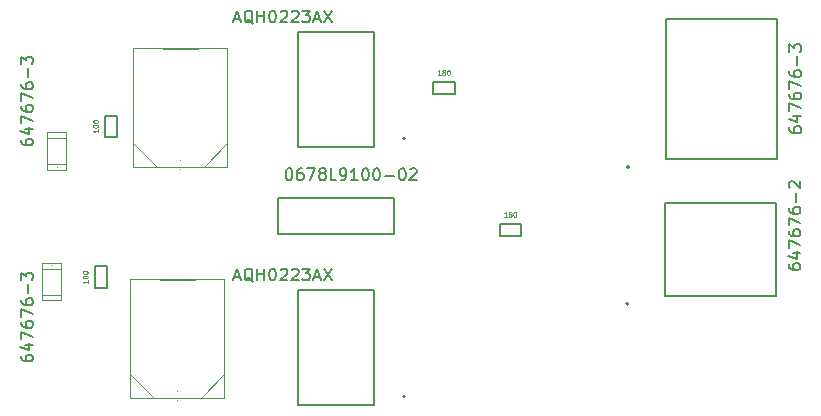
<source format=gbr>
%TF.GenerationSoftware,KiCad,Pcbnew,(6.0.2)*%
%TF.CreationDate,2022-03-05T20:41:57-07:00*%
%TF.ProjectId,H0001-Solenoid-Driver,48303030-312d-4536-9f6c-656e6f69642d,rev?*%
%TF.SameCoordinates,Original*%
%TF.FileFunction,AssemblyDrawing,Top*%
%FSLAX46Y46*%
G04 Gerber Fmt 4.6, Leading zero omitted, Abs format (unit mm)*
G04 Created by KiCad (PCBNEW (6.0.2)) date 2022-03-05 20:41:57*
%MOMM*%
%LPD*%
G01*
G04 APERTURE LIST*
%ADD10C,0.076200*%
%ADD11C,0.150000*%
%ADD12C,0.100000*%
%ADD13C,0.127000*%
%ADD14C,0.200000*%
G04 APERTURE END LIST*
D10*
%TO.C,R1*%
X138887485Y-71155234D02*
X138650472Y-71155234D01*
X138768979Y-71155234D02*
X138768979Y-70740462D01*
X138729476Y-70799716D01*
X138689974Y-70839218D01*
X138650472Y-70858969D01*
X139124497Y-70918222D02*
X139084995Y-70898471D01*
X139065244Y-70878720D01*
X139045493Y-70839218D01*
X139045493Y-70819467D01*
X139065244Y-70779965D01*
X139084995Y-70760214D01*
X139124497Y-70740462D01*
X139203502Y-70740462D01*
X139243004Y-70760214D01*
X139262755Y-70779965D01*
X139282506Y-70819467D01*
X139282506Y-70839218D01*
X139262755Y-70878720D01*
X139243004Y-70898471D01*
X139203502Y-70918222D01*
X139124497Y-70918222D01*
X139084995Y-70937973D01*
X139065244Y-70957724D01*
X139045493Y-70997226D01*
X139045493Y-71076230D01*
X139065244Y-71115732D01*
X139084995Y-71135483D01*
X139124497Y-71155234D01*
X139203502Y-71155234D01*
X139243004Y-71135483D01*
X139262755Y-71115732D01*
X139282506Y-71076230D01*
X139282506Y-70997226D01*
X139262755Y-70957724D01*
X139243004Y-70937973D01*
X139203502Y-70918222D01*
X139539269Y-70740462D02*
X139578772Y-70740462D01*
X139618274Y-70760214D01*
X139638025Y-70779965D01*
X139657776Y-70819467D01*
X139677527Y-70898471D01*
X139677527Y-70997226D01*
X139657776Y-71076230D01*
X139638025Y-71115732D01*
X139618274Y-71135483D01*
X139578772Y-71155234D01*
X139539269Y-71155234D01*
X139499767Y-71135483D01*
X139480016Y-71115732D01*
X139460265Y-71076230D01*
X139440514Y-70997226D01*
X139440514Y-70898471D01*
X139460265Y-70819467D01*
X139480016Y-70779965D01*
X139499767Y-70760214D01*
X139539269Y-70740462D01*
D11*
%TO.C,P1*%
X168357080Y-87180814D02*
X168357080Y-87371290D01*
X168404700Y-87466528D01*
X168452319Y-87514147D01*
X168595176Y-87609385D01*
X168785652Y-87657004D01*
X169166604Y-87657004D01*
X169261842Y-87609385D01*
X169309461Y-87561766D01*
X169357080Y-87466528D01*
X169357080Y-87276052D01*
X169309461Y-87180814D01*
X169261842Y-87133195D01*
X169166604Y-87085576D01*
X168928509Y-87085576D01*
X168833271Y-87133195D01*
X168785652Y-87180814D01*
X168738033Y-87276052D01*
X168738033Y-87466528D01*
X168785652Y-87561766D01*
X168833271Y-87609385D01*
X168928509Y-87657004D01*
X168690414Y-86228433D02*
X169357080Y-86228433D01*
X168309461Y-86466528D02*
X169023747Y-86704623D01*
X169023747Y-86085576D01*
X168357080Y-85799861D02*
X168357080Y-85133195D01*
X169357080Y-85561766D01*
X168357080Y-84323671D02*
X168357080Y-84514147D01*
X168404700Y-84609385D01*
X168452319Y-84657004D01*
X168595176Y-84752242D01*
X168785652Y-84799861D01*
X169166604Y-84799861D01*
X169261842Y-84752242D01*
X169309461Y-84704623D01*
X169357080Y-84609385D01*
X169357080Y-84418909D01*
X169309461Y-84323671D01*
X169261842Y-84276052D01*
X169166604Y-84228433D01*
X168928509Y-84228433D01*
X168833271Y-84276052D01*
X168785652Y-84323671D01*
X168738033Y-84418909D01*
X168738033Y-84609385D01*
X168785652Y-84704623D01*
X168833271Y-84752242D01*
X168928509Y-84799861D01*
X168357080Y-83895100D02*
X168357080Y-83228433D01*
X169357080Y-83657004D01*
X168357080Y-82418909D02*
X168357080Y-82609385D01*
X168404700Y-82704623D01*
X168452319Y-82752242D01*
X168595176Y-82847480D01*
X168785652Y-82895100D01*
X169166604Y-82895100D01*
X169261842Y-82847480D01*
X169309461Y-82799861D01*
X169357080Y-82704623D01*
X169357080Y-82514147D01*
X169309461Y-82418909D01*
X169261842Y-82371290D01*
X169166604Y-82323671D01*
X168928509Y-82323671D01*
X168833271Y-82371290D01*
X168785652Y-82418909D01*
X168738033Y-82514147D01*
X168738033Y-82704623D01*
X168785652Y-82799861D01*
X168833271Y-82847480D01*
X168928509Y-82895100D01*
X168976128Y-81895100D02*
X168976128Y-81133195D01*
X168452319Y-80704623D02*
X168404700Y-80657004D01*
X168357080Y-80561766D01*
X168357080Y-80323671D01*
X168404700Y-80228433D01*
X168452319Y-80180814D01*
X168547557Y-80133195D01*
X168642795Y-80133195D01*
X168785652Y-80180814D01*
X169357080Y-80752242D01*
X169357080Y-80133195D01*
%TO.C,P4*%
X103361780Y-94928914D02*
X103361780Y-95119390D01*
X103409400Y-95214628D01*
X103457019Y-95262247D01*
X103599876Y-95357485D01*
X103790352Y-95405104D01*
X104171304Y-95405104D01*
X104266542Y-95357485D01*
X104314161Y-95309866D01*
X104361780Y-95214628D01*
X104361780Y-95024152D01*
X104314161Y-94928914D01*
X104266542Y-94881295D01*
X104171304Y-94833676D01*
X103933209Y-94833676D01*
X103837971Y-94881295D01*
X103790352Y-94928914D01*
X103742733Y-95024152D01*
X103742733Y-95214628D01*
X103790352Y-95309866D01*
X103837971Y-95357485D01*
X103933209Y-95405104D01*
X103695114Y-93976533D02*
X104361780Y-93976533D01*
X103314161Y-94214628D02*
X104028447Y-94452723D01*
X104028447Y-93833676D01*
X103361780Y-93547961D02*
X103361780Y-92881295D01*
X104361780Y-93309866D01*
X103361780Y-92071771D02*
X103361780Y-92262247D01*
X103409400Y-92357485D01*
X103457019Y-92405104D01*
X103599876Y-92500342D01*
X103790352Y-92547961D01*
X104171304Y-92547961D01*
X104266542Y-92500342D01*
X104314161Y-92452723D01*
X104361780Y-92357485D01*
X104361780Y-92167009D01*
X104314161Y-92071771D01*
X104266542Y-92024152D01*
X104171304Y-91976533D01*
X103933209Y-91976533D01*
X103837971Y-92024152D01*
X103790352Y-92071771D01*
X103742733Y-92167009D01*
X103742733Y-92357485D01*
X103790352Y-92452723D01*
X103837971Y-92500342D01*
X103933209Y-92547961D01*
X103361780Y-91643200D02*
X103361780Y-90976533D01*
X104361780Y-91405104D01*
X103361780Y-90167009D02*
X103361780Y-90357485D01*
X103409400Y-90452723D01*
X103457019Y-90500342D01*
X103599876Y-90595580D01*
X103790352Y-90643200D01*
X104171304Y-90643200D01*
X104266542Y-90595580D01*
X104314161Y-90547961D01*
X104361780Y-90452723D01*
X104361780Y-90262247D01*
X104314161Y-90167009D01*
X104266542Y-90119390D01*
X104171304Y-90071771D01*
X103933209Y-90071771D01*
X103837971Y-90119390D01*
X103790352Y-90167009D01*
X103742733Y-90262247D01*
X103742733Y-90452723D01*
X103790352Y-90547961D01*
X103837971Y-90595580D01*
X103933209Y-90643200D01*
X103980828Y-89643200D02*
X103980828Y-88881295D01*
X103361780Y-88500342D02*
X103361780Y-87881295D01*
X103742733Y-88214628D01*
X103742733Y-88071771D01*
X103790352Y-87976533D01*
X103837971Y-87928914D01*
X103933209Y-87881295D01*
X104171304Y-87881295D01*
X104266542Y-87928914D01*
X104314161Y-87976533D01*
X104361780Y-88071771D01*
X104361780Y-88357485D01*
X104314161Y-88452723D01*
X104266542Y-88500342D01*
%TO.C,P3*%
X103361780Y-76640914D02*
X103361780Y-76831390D01*
X103409400Y-76926628D01*
X103457019Y-76974247D01*
X103599876Y-77069485D01*
X103790352Y-77117104D01*
X104171304Y-77117104D01*
X104266542Y-77069485D01*
X104314161Y-77021866D01*
X104361780Y-76926628D01*
X104361780Y-76736152D01*
X104314161Y-76640914D01*
X104266542Y-76593295D01*
X104171304Y-76545676D01*
X103933209Y-76545676D01*
X103837971Y-76593295D01*
X103790352Y-76640914D01*
X103742733Y-76736152D01*
X103742733Y-76926628D01*
X103790352Y-77021866D01*
X103837971Y-77069485D01*
X103933209Y-77117104D01*
X103695114Y-75688533D02*
X104361780Y-75688533D01*
X103314161Y-75926628D02*
X104028447Y-76164723D01*
X104028447Y-75545676D01*
X103361780Y-75259961D02*
X103361780Y-74593295D01*
X104361780Y-75021866D01*
X103361780Y-73783771D02*
X103361780Y-73974247D01*
X103409400Y-74069485D01*
X103457019Y-74117104D01*
X103599876Y-74212342D01*
X103790352Y-74259961D01*
X104171304Y-74259961D01*
X104266542Y-74212342D01*
X104314161Y-74164723D01*
X104361780Y-74069485D01*
X104361780Y-73879009D01*
X104314161Y-73783771D01*
X104266542Y-73736152D01*
X104171304Y-73688533D01*
X103933209Y-73688533D01*
X103837971Y-73736152D01*
X103790352Y-73783771D01*
X103742733Y-73879009D01*
X103742733Y-74069485D01*
X103790352Y-74164723D01*
X103837971Y-74212342D01*
X103933209Y-74259961D01*
X103361780Y-73355200D02*
X103361780Y-72688533D01*
X104361780Y-73117104D01*
X103361780Y-71879009D02*
X103361780Y-72069485D01*
X103409400Y-72164723D01*
X103457019Y-72212342D01*
X103599876Y-72307580D01*
X103790352Y-72355200D01*
X104171304Y-72355200D01*
X104266542Y-72307580D01*
X104314161Y-72259961D01*
X104361780Y-72164723D01*
X104361780Y-71974247D01*
X104314161Y-71879009D01*
X104266542Y-71831390D01*
X104171304Y-71783771D01*
X103933209Y-71783771D01*
X103837971Y-71831390D01*
X103790352Y-71879009D01*
X103742733Y-71974247D01*
X103742733Y-72164723D01*
X103790352Y-72259961D01*
X103837971Y-72307580D01*
X103933209Y-72355200D01*
X103980828Y-71355200D02*
X103980828Y-70593295D01*
X103361780Y-70212342D02*
X103361780Y-69593295D01*
X103742733Y-69926628D01*
X103742733Y-69783771D01*
X103790352Y-69688533D01*
X103837971Y-69640914D01*
X103933209Y-69593295D01*
X104171304Y-69593295D01*
X104266542Y-69640914D01*
X104314161Y-69688533D01*
X104361780Y-69783771D01*
X104361780Y-70069485D01*
X104314161Y-70164723D01*
X104266542Y-70212342D01*
%TO.C,K2*%
X121427761Y-88265666D02*
X121903952Y-88265666D01*
X121332523Y-88551380D02*
X121665857Y-87551380D01*
X121999190Y-88551380D01*
X122999190Y-88646619D02*
X122903952Y-88599000D01*
X122808714Y-88503761D01*
X122665857Y-88360904D01*
X122570619Y-88313285D01*
X122475380Y-88313285D01*
X122523000Y-88551380D02*
X122427761Y-88503761D01*
X122332523Y-88408523D01*
X122284904Y-88218047D01*
X122284904Y-87884714D01*
X122332523Y-87694238D01*
X122427761Y-87599000D01*
X122523000Y-87551380D01*
X122713476Y-87551380D01*
X122808714Y-87599000D01*
X122903952Y-87694238D01*
X122951571Y-87884714D01*
X122951571Y-88218047D01*
X122903952Y-88408523D01*
X122808714Y-88503761D01*
X122713476Y-88551380D01*
X122523000Y-88551380D01*
X123380142Y-88551380D02*
X123380142Y-87551380D01*
X123380142Y-88027571D02*
X123951571Y-88027571D01*
X123951571Y-88551380D02*
X123951571Y-87551380D01*
X124618238Y-87551380D02*
X124713476Y-87551380D01*
X124808714Y-87599000D01*
X124856333Y-87646619D01*
X124903952Y-87741857D01*
X124951571Y-87932333D01*
X124951571Y-88170428D01*
X124903952Y-88360904D01*
X124856333Y-88456142D01*
X124808714Y-88503761D01*
X124713476Y-88551380D01*
X124618238Y-88551380D01*
X124523000Y-88503761D01*
X124475380Y-88456142D01*
X124427761Y-88360904D01*
X124380142Y-88170428D01*
X124380142Y-87932333D01*
X124427761Y-87741857D01*
X124475380Y-87646619D01*
X124523000Y-87599000D01*
X124618238Y-87551380D01*
X125332523Y-87646619D02*
X125380142Y-87599000D01*
X125475380Y-87551380D01*
X125713476Y-87551380D01*
X125808714Y-87599000D01*
X125856333Y-87646619D01*
X125903952Y-87741857D01*
X125903952Y-87837095D01*
X125856333Y-87979952D01*
X125284904Y-88551380D01*
X125903952Y-88551380D01*
X126284904Y-87646619D02*
X126332523Y-87599000D01*
X126427761Y-87551380D01*
X126665857Y-87551380D01*
X126761095Y-87599000D01*
X126808714Y-87646619D01*
X126856333Y-87741857D01*
X126856333Y-87837095D01*
X126808714Y-87979952D01*
X126237285Y-88551380D01*
X126856333Y-88551380D01*
X127189666Y-87551380D02*
X127808714Y-87551380D01*
X127475380Y-87932333D01*
X127618238Y-87932333D01*
X127713476Y-87979952D01*
X127761095Y-88027571D01*
X127808714Y-88122809D01*
X127808714Y-88360904D01*
X127761095Y-88456142D01*
X127713476Y-88503761D01*
X127618238Y-88551380D01*
X127332523Y-88551380D01*
X127237285Y-88503761D01*
X127189666Y-88456142D01*
X128189666Y-88265666D02*
X128665857Y-88265666D01*
X128094428Y-88551380D02*
X128427761Y-87551380D01*
X128761095Y-88551380D01*
X128999190Y-87551380D02*
X129665857Y-88551380D01*
X129665857Y-87551380D02*
X128999190Y-88551380D01*
%TO.C,K1*%
X121427761Y-66421666D02*
X121903952Y-66421666D01*
X121332523Y-66707380D02*
X121665857Y-65707380D01*
X121999190Y-66707380D01*
X122999190Y-66802619D02*
X122903952Y-66755000D01*
X122808714Y-66659761D01*
X122665857Y-66516904D01*
X122570619Y-66469285D01*
X122475380Y-66469285D01*
X122523000Y-66707380D02*
X122427761Y-66659761D01*
X122332523Y-66564523D01*
X122284904Y-66374047D01*
X122284904Y-66040714D01*
X122332523Y-65850238D01*
X122427761Y-65755000D01*
X122523000Y-65707380D01*
X122713476Y-65707380D01*
X122808714Y-65755000D01*
X122903952Y-65850238D01*
X122951571Y-66040714D01*
X122951571Y-66374047D01*
X122903952Y-66564523D01*
X122808714Y-66659761D01*
X122713476Y-66707380D01*
X122523000Y-66707380D01*
X123380142Y-66707380D02*
X123380142Y-65707380D01*
X123380142Y-66183571D02*
X123951571Y-66183571D01*
X123951571Y-66707380D02*
X123951571Y-65707380D01*
X124618238Y-65707380D02*
X124713476Y-65707380D01*
X124808714Y-65755000D01*
X124856333Y-65802619D01*
X124903952Y-65897857D01*
X124951571Y-66088333D01*
X124951571Y-66326428D01*
X124903952Y-66516904D01*
X124856333Y-66612142D01*
X124808714Y-66659761D01*
X124713476Y-66707380D01*
X124618238Y-66707380D01*
X124523000Y-66659761D01*
X124475380Y-66612142D01*
X124427761Y-66516904D01*
X124380142Y-66326428D01*
X124380142Y-66088333D01*
X124427761Y-65897857D01*
X124475380Y-65802619D01*
X124523000Y-65755000D01*
X124618238Y-65707380D01*
X125332523Y-65802619D02*
X125380142Y-65755000D01*
X125475380Y-65707380D01*
X125713476Y-65707380D01*
X125808714Y-65755000D01*
X125856333Y-65802619D01*
X125903952Y-65897857D01*
X125903952Y-65993095D01*
X125856333Y-66135952D01*
X125284904Y-66707380D01*
X125903952Y-66707380D01*
X126284904Y-65802619D02*
X126332523Y-65755000D01*
X126427761Y-65707380D01*
X126665857Y-65707380D01*
X126761095Y-65755000D01*
X126808714Y-65802619D01*
X126856333Y-65897857D01*
X126856333Y-65993095D01*
X126808714Y-66135952D01*
X126237285Y-66707380D01*
X126856333Y-66707380D01*
X127189666Y-65707380D02*
X127808714Y-65707380D01*
X127475380Y-66088333D01*
X127618238Y-66088333D01*
X127713476Y-66135952D01*
X127761095Y-66183571D01*
X127808714Y-66278809D01*
X127808714Y-66516904D01*
X127761095Y-66612142D01*
X127713476Y-66659761D01*
X127618238Y-66707380D01*
X127332523Y-66707380D01*
X127237285Y-66659761D01*
X127189666Y-66612142D01*
X128189666Y-66421666D02*
X128665857Y-66421666D01*
X128094428Y-66707380D02*
X128427761Y-65707380D01*
X128761095Y-66707380D01*
X128999190Y-65707380D02*
X129665857Y-66707380D01*
X129665857Y-65707380D02*
X128999190Y-66707380D01*
%TO.C,P2*%
X168407880Y-75597214D02*
X168407880Y-75787690D01*
X168455500Y-75882928D01*
X168503119Y-75930547D01*
X168645976Y-76025785D01*
X168836452Y-76073404D01*
X169217404Y-76073404D01*
X169312642Y-76025785D01*
X169360261Y-75978166D01*
X169407880Y-75882928D01*
X169407880Y-75692452D01*
X169360261Y-75597214D01*
X169312642Y-75549595D01*
X169217404Y-75501976D01*
X168979309Y-75501976D01*
X168884071Y-75549595D01*
X168836452Y-75597214D01*
X168788833Y-75692452D01*
X168788833Y-75882928D01*
X168836452Y-75978166D01*
X168884071Y-76025785D01*
X168979309Y-76073404D01*
X168741214Y-74644833D02*
X169407880Y-74644833D01*
X168360261Y-74882928D02*
X169074547Y-75121023D01*
X169074547Y-74501976D01*
X168407880Y-74216261D02*
X168407880Y-73549595D01*
X169407880Y-73978166D01*
X168407880Y-72740071D02*
X168407880Y-72930547D01*
X168455500Y-73025785D01*
X168503119Y-73073404D01*
X168645976Y-73168642D01*
X168836452Y-73216261D01*
X169217404Y-73216261D01*
X169312642Y-73168642D01*
X169360261Y-73121023D01*
X169407880Y-73025785D01*
X169407880Y-72835309D01*
X169360261Y-72740071D01*
X169312642Y-72692452D01*
X169217404Y-72644833D01*
X168979309Y-72644833D01*
X168884071Y-72692452D01*
X168836452Y-72740071D01*
X168788833Y-72835309D01*
X168788833Y-73025785D01*
X168836452Y-73121023D01*
X168884071Y-73168642D01*
X168979309Y-73216261D01*
X168407880Y-72311500D02*
X168407880Y-71644833D01*
X169407880Y-72073404D01*
X168407880Y-70835309D02*
X168407880Y-71025785D01*
X168455500Y-71121023D01*
X168503119Y-71168642D01*
X168645976Y-71263880D01*
X168836452Y-71311500D01*
X169217404Y-71311500D01*
X169312642Y-71263880D01*
X169360261Y-71216261D01*
X169407880Y-71121023D01*
X169407880Y-70930547D01*
X169360261Y-70835309D01*
X169312642Y-70787690D01*
X169217404Y-70740071D01*
X168979309Y-70740071D01*
X168884071Y-70787690D01*
X168836452Y-70835309D01*
X168788833Y-70930547D01*
X168788833Y-71121023D01*
X168836452Y-71216261D01*
X168884071Y-71263880D01*
X168979309Y-71311500D01*
X169026928Y-70311500D02*
X169026928Y-69549595D01*
X168407880Y-69168642D02*
X168407880Y-68549595D01*
X168788833Y-68882928D01*
X168788833Y-68740071D01*
X168836452Y-68644833D01*
X168884071Y-68597214D01*
X168979309Y-68549595D01*
X169217404Y-68549595D01*
X169312642Y-68597214D01*
X169360261Y-68644833D01*
X169407880Y-68740071D01*
X169407880Y-69025785D01*
X169360261Y-69121023D01*
X169312642Y-69168642D01*
%TO.C,F1*%
X126011214Y-79061128D02*
X126105557Y-79061128D01*
X126199900Y-79108300D01*
X126247071Y-79155471D01*
X126294242Y-79249814D01*
X126341414Y-79438500D01*
X126341414Y-79674357D01*
X126294242Y-79863042D01*
X126247071Y-79957385D01*
X126199900Y-80004557D01*
X126105557Y-80051728D01*
X126011214Y-80051728D01*
X125916871Y-80004557D01*
X125869700Y-79957385D01*
X125822528Y-79863042D01*
X125775357Y-79674357D01*
X125775357Y-79438500D01*
X125822528Y-79249814D01*
X125869700Y-79155471D01*
X125916871Y-79108300D01*
X126011214Y-79061128D01*
X127190500Y-79061128D02*
X127001814Y-79061128D01*
X126907471Y-79108300D01*
X126860300Y-79155471D01*
X126765957Y-79296985D01*
X126718785Y-79485671D01*
X126718785Y-79863042D01*
X126765957Y-79957385D01*
X126813128Y-80004557D01*
X126907471Y-80051728D01*
X127096157Y-80051728D01*
X127190500Y-80004557D01*
X127237671Y-79957385D01*
X127284842Y-79863042D01*
X127284842Y-79627185D01*
X127237671Y-79532842D01*
X127190500Y-79485671D01*
X127096157Y-79438500D01*
X126907471Y-79438500D01*
X126813128Y-79485671D01*
X126765957Y-79532842D01*
X126718785Y-79627185D01*
X127615042Y-79061128D02*
X128275442Y-79061128D01*
X127850900Y-80051728D01*
X128794328Y-79485671D02*
X128699985Y-79438500D01*
X128652814Y-79391328D01*
X128605642Y-79296985D01*
X128605642Y-79249814D01*
X128652814Y-79155471D01*
X128699985Y-79108300D01*
X128794328Y-79061128D01*
X128983014Y-79061128D01*
X129077357Y-79108300D01*
X129124528Y-79155471D01*
X129171700Y-79249814D01*
X129171700Y-79296985D01*
X129124528Y-79391328D01*
X129077357Y-79438500D01*
X128983014Y-79485671D01*
X128794328Y-79485671D01*
X128699985Y-79532842D01*
X128652814Y-79580014D01*
X128605642Y-79674357D01*
X128605642Y-79863042D01*
X128652814Y-79957385D01*
X128699985Y-80004557D01*
X128794328Y-80051728D01*
X128983014Y-80051728D01*
X129077357Y-80004557D01*
X129124528Y-79957385D01*
X129171700Y-79863042D01*
X129171700Y-79674357D01*
X129124528Y-79580014D01*
X129077357Y-79532842D01*
X128983014Y-79485671D01*
X130067957Y-80051728D02*
X129596242Y-80051728D01*
X129596242Y-79061128D01*
X130445328Y-80051728D02*
X130634014Y-80051728D01*
X130728357Y-80004557D01*
X130775528Y-79957385D01*
X130869871Y-79815871D01*
X130917042Y-79627185D01*
X130917042Y-79249814D01*
X130869871Y-79155471D01*
X130822700Y-79108300D01*
X130728357Y-79061128D01*
X130539671Y-79061128D01*
X130445328Y-79108300D01*
X130398157Y-79155471D01*
X130350985Y-79249814D01*
X130350985Y-79485671D01*
X130398157Y-79580014D01*
X130445328Y-79627185D01*
X130539671Y-79674357D01*
X130728357Y-79674357D01*
X130822700Y-79627185D01*
X130869871Y-79580014D01*
X130917042Y-79485671D01*
X131860471Y-80051728D02*
X131294414Y-80051728D01*
X131577442Y-80051728D02*
X131577442Y-79061128D01*
X131483100Y-79202642D01*
X131388757Y-79296985D01*
X131294414Y-79344157D01*
X132473700Y-79061128D02*
X132568042Y-79061128D01*
X132662385Y-79108300D01*
X132709557Y-79155471D01*
X132756728Y-79249814D01*
X132803900Y-79438500D01*
X132803900Y-79674357D01*
X132756728Y-79863042D01*
X132709557Y-79957385D01*
X132662385Y-80004557D01*
X132568042Y-80051728D01*
X132473700Y-80051728D01*
X132379357Y-80004557D01*
X132332185Y-79957385D01*
X132285014Y-79863042D01*
X132237842Y-79674357D01*
X132237842Y-79438500D01*
X132285014Y-79249814D01*
X132332185Y-79155471D01*
X132379357Y-79108300D01*
X132473700Y-79061128D01*
X133417128Y-79061128D02*
X133511471Y-79061128D01*
X133605814Y-79108300D01*
X133652985Y-79155471D01*
X133700157Y-79249814D01*
X133747328Y-79438500D01*
X133747328Y-79674357D01*
X133700157Y-79863042D01*
X133652985Y-79957385D01*
X133605814Y-80004557D01*
X133511471Y-80051728D01*
X133417128Y-80051728D01*
X133322785Y-80004557D01*
X133275614Y-79957385D01*
X133228442Y-79863042D01*
X133181271Y-79674357D01*
X133181271Y-79438500D01*
X133228442Y-79249814D01*
X133275614Y-79155471D01*
X133322785Y-79108300D01*
X133417128Y-79061128D01*
X134171871Y-79674357D02*
X134926614Y-79674357D01*
X135587014Y-79061128D02*
X135681357Y-79061128D01*
X135775700Y-79108300D01*
X135822871Y-79155471D01*
X135870042Y-79249814D01*
X135917214Y-79438500D01*
X135917214Y-79674357D01*
X135870042Y-79863042D01*
X135822871Y-79957385D01*
X135775700Y-80004557D01*
X135681357Y-80051728D01*
X135587014Y-80051728D01*
X135492671Y-80004557D01*
X135445500Y-79957385D01*
X135398328Y-79863042D01*
X135351157Y-79674357D01*
X135351157Y-79438500D01*
X135398328Y-79249814D01*
X135445500Y-79155471D01*
X135492671Y-79108300D01*
X135587014Y-79061128D01*
X136294585Y-79155471D02*
X136341757Y-79108300D01*
X136436100Y-79061128D01*
X136671957Y-79061128D01*
X136766300Y-79108300D01*
X136813471Y-79155471D01*
X136860642Y-79249814D01*
X136860642Y-79344157D01*
X136813471Y-79485671D01*
X136247414Y-80051728D01*
X136860642Y-80051728D01*
D10*
%TO.C,R3*%
X144503485Y-83169434D02*
X144266472Y-83169434D01*
X144384979Y-83169434D02*
X144384979Y-82754662D01*
X144345476Y-82813916D01*
X144305974Y-82853418D01*
X144266472Y-82873169D01*
X144740497Y-82932422D02*
X144700995Y-82912671D01*
X144681244Y-82892920D01*
X144661493Y-82853418D01*
X144661493Y-82833667D01*
X144681244Y-82794165D01*
X144700995Y-82774414D01*
X144740497Y-82754662D01*
X144819502Y-82754662D01*
X144859004Y-82774414D01*
X144878755Y-82794165D01*
X144898506Y-82833667D01*
X144898506Y-82853418D01*
X144878755Y-82892920D01*
X144859004Y-82912671D01*
X144819502Y-82932422D01*
X144740497Y-82932422D01*
X144700995Y-82952173D01*
X144681244Y-82971924D01*
X144661493Y-83011426D01*
X144661493Y-83090430D01*
X144681244Y-83129932D01*
X144700995Y-83149683D01*
X144740497Y-83169434D01*
X144819502Y-83169434D01*
X144859004Y-83149683D01*
X144878755Y-83129932D01*
X144898506Y-83090430D01*
X144898506Y-83011426D01*
X144878755Y-82971924D01*
X144859004Y-82952173D01*
X144819502Y-82932422D01*
X145155269Y-82754662D02*
X145194772Y-82754662D01*
X145234274Y-82774414D01*
X145254025Y-82794165D01*
X145273776Y-82833667D01*
X145293527Y-82912671D01*
X145293527Y-83011426D01*
X145273776Y-83090430D01*
X145254025Y-83129932D01*
X145234274Y-83149683D01*
X145194772Y-83169434D01*
X145155269Y-83169434D01*
X145115767Y-83149683D01*
X145096016Y-83129932D01*
X145076265Y-83090430D01*
X145056514Y-83011426D01*
X145056514Y-82912671D01*
X145076265Y-82833667D01*
X145096016Y-82794165D01*
X145115767Y-82774414D01*
X145155269Y-82754662D01*
%TO.C,R4*%
X109001234Y-88541514D02*
X109001234Y-88778527D01*
X109001234Y-88660020D02*
X108586462Y-88660020D01*
X108645716Y-88699523D01*
X108685218Y-88739025D01*
X108704969Y-88778527D01*
X108586462Y-88284751D02*
X108586462Y-88245248D01*
X108606214Y-88205746D01*
X108625965Y-88185995D01*
X108665467Y-88166244D01*
X108744471Y-88146493D01*
X108843226Y-88146493D01*
X108922230Y-88166244D01*
X108961732Y-88185995D01*
X108981483Y-88205746D01*
X109001234Y-88245248D01*
X109001234Y-88284751D01*
X108981483Y-88324253D01*
X108961732Y-88344004D01*
X108922230Y-88363755D01*
X108843226Y-88383506D01*
X108744471Y-88383506D01*
X108665467Y-88363755D01*
X108625965Y-88344004D01*
X108606214Y-88324253D01*
X108586462Y-88284751D01*
X108586462Y-87889730D02*
X108586462Y-87850228D01*
X108606214Y-87810725D01*
X108625965Y-87790974D01*
X108665467Y-87771223D01*
X108744471Y-87751472D01*
X108843226Y-87751472D01*
X108922230Y-87771223D01*
X108961732Y-87790974D01*
X108981483Y-87810725D01*
X109001234Y-87850228D01*
X109001234Y-87889730D01*
X108981483Y-87929232D01*
X108961732Y-87948983D01*
X108922230Y-87968734D01*
X108843226Y-87988485D01*
X108744471Y-87988485D01*
X108665467Y-87968734D01*
X108625965Y-87948983D01*
X108606214Y-87929232D01*
X108586462Y-87889730D01*
%TO.C,R2*%
X109890234Y-75765314D02*
X109890234Y-76002327D01*
X109890234Y-75883820D02*
X109475462Y-75883820D01*
X109534716Y-75923323D01*
X109574218Y-75962825D01*
X109593969Y-76002327D01*
X109475462Y-75508551D02*
X109475462Y-75469048D01*
X109495214Y-75429546D01*
X109514965Y-75409795D01*
X109554467Y-75390044D01*
X109633471Y-75370293D01*
X109732226Y-75370293D01*
X109811230Y-75390044D01*
X109850732Y-75409795D01*
X109870483Y-75429546D01*
X109890234Y-75469048D01*
X109890234Y-75508551D01*
X109870483Y-75548053D01*
X109850732Y-75567804D01*
X109811230Y-75587555D01*
X109732226Y-75607306D01*
X109633471Y-75607306D01*
X109554467Y-75587555D01*
X109514965Y-75567804D01*
X109495214Y-75548053D01*
X109475462Y-75508551D01*
X109475462Y-75113530D02*
X109475462Y-75074028D01*
X109495214Y-75034525D01*
X109514965Y-75014774D01*
X109554467Y-74995023D01*
X109633471Y-74975272D01*
X109732226Y-74975272D01*
X109811230Y-74995023D01*
X109850732Y-75014774D01*
X109870483Y-75034525D01*
X109890234Y-75074028D01*
X109890234Y-75113530D01*
X109870483Y-75153032D01*
X109850732Y-75172783D01*
X109811230Y-75192534D01*
X109732226Y-75212285D01*
X109633471Y-75212285D01*
X109554467Y-75192534D01*
X109514965Y-75172783D01*
X109495214Y-75153032D01*
X109475462Y-75113530D01*
D12*
%TO.C,RV2*%
X118586250Y-98475800D02*
X120586500Y-96475550D01*
X115087400Y-98475800D02*
X115087400Y-98472000D01*
X112585500Y-98475800D02*
X120586500Y-98475800D01*
X118084600Y-88468200D02*
X118084600Y-88472000D01*
X120586500Y-88468200D02*
X112585500Y-88468200D01*
X118084600Y-98472000D02*
X118084600Y-98475800D01*
X118084600Y-88472000D02*
X115087400Y-88472000D01*
X115087400Y-88468200D02*
X118084600Y-88468200D01*
X112585500Y-88468200D02*
X112585500Y-98475800D01*
X118084600Y-98475800D02*
X115087400Y-98475800D01*
X120586500Y-98475800D02*
X120586500Y-88468200D01*
X114585750Y-98475800D02*
X112585500Y-96475550D01*
X115087400Y-98472000D02*
X118084600Y-98472000D01*
X115087400Y-88472000D02*
X115087400Y-88468200D01*
X116586000Y-97900500D02*
G75*
G03*
X116586000Y-97900500I0J0D01*
G01*
X116586000Y-98662500D02*
G75*
G03*
X116586000Y-98662500I0J0D01*
G01*
D13*
%TO.C,R1*%
X140064000Y-72763000D02*
X138264000Y-72763000D01*
X138264000Y-72763000D02*
X138264000Y-71763000D01*
X140064000Y-71763000D02*
X138264000Y-71763000D01*
X140064000Y-72763000D02*
X140064000Y-71763000D01*
%TO.C,P1*%
X167289700Y-89880100D02*
X167289700Y-81960100D01*
X167289700Y-81960100D02*
X167289700Y-81960100D01*
X167289700Y-89880100D02*
X157889700Y-89880100D01*
X157889700Y-81960100D02*
X167289700Y-81960100D01*
X167289700Y-89880100D02*
X167289700Y-89880100D01*
X157889700Y-89880100D02*
X157889700Y-81960100D01*
X167289700Y-81960100D02*
X167289700Y-89880100D01*
D14*
X154789700Y-90530100D02*
G75*
G03*
X154789700Y-90530100I-100000J0D01*
G01*
D12*
%TO.C,C1*%
X107175200Y-79171601D02*
X107175200Y-78671601D01*
X105575200Y-76471599D02*
X107175200Y-76471599D01*
X105575200Y-75971599D02*
X105575200Y-79171601D01*
X107175200Y-79171601D02*
X107175200Y-75971599D01*
X107175200Y-78671601D02*
X105575200Y-78671601D01*
X105575200Y-75971599D02*
X105575200Y-76471599D01*
X105575200Y-79171601D02*
X107175200Y-79171601D01*
X105575200Y-79171601D02*
X107175200Y-79171601D01*
X107175200Y-75971599D02*
X105575200Y-75971599D01*
X107175200Y-75971599D02*
X105575200Y-75971599D01*
X105575200Y-78671601D02*
X105575200Y-79171601D01*
X107175200Y-76471599D02*
X107175200Y-75971599D01*
X106375200Y-78972401D02*
G75*
G03*
X106375200Y-78972401I0J0D01*
G01*
D13*
%TO.C,K2*%
X133248000Y-89344000D02*
X133248000Y-99124000D01*
X126848000Y-99124000D02*
X126848000Y-89344000D01*
X133248000Y-99124000D02*
X126848000Y-99124000D01*
X126848000Y-89344000D02*
X133248000Y-89344000D01*
D14*
X135898000Y-98384000D02*
G75*
G03*
X135898000Y-98384000I-100000J0D01*
G01*
D13*
%TO.C,K1*%
X133248000Y-67500000D02*
X133248000Y-77280000D01*
X126848000Y-77280000D02*
X126848000Y-67500000D01*
X126848000Y-67500000D02*
X133248000Y-67500000D01*
X133248000Y-77280000D02*
X126848000Y-77280000D01*
D14*
X135898000Y-76540000D02*
G75*
G03*
X135898000Y-76540000I-100000J0D01*
G01*
D12*
%TO.C,RV1*%
X118840250Y-78917800D02*
X120840500Y-76917550D01*
X118338600Y-68910200D02*
X118338600Y-68914000D01*
X120840500Y-78917800D02*
X120840500Y-68910200D01*
X114839750Y-78917800D02*
X112839500Y-76917550D01*
X120840500Y-68910200D02*
X112839500Y-68910200D01*
X115341400Y-78917800D02*
X115341400Y-78914000D01*
X115341400Y-68914000D02*
X115341400Y-68910200D01*
X118338600Y-68914000D02*
X115341400Y-68914000D01*
X115341400Y-78914000D02*
X118338600Y-78914000D01*
X115341400Y-68910200D02*
X118338600Y-68910200D01*
X112839500Y-68910200D02*
X112839500Y-78917800D01*
X118338600Y-78917800D02*
X115341400Y-78917800D01*
X112839500Y-78917800D02*
X120840500Y-78917800D01*
X118338600Y-78914000D02*
X118338600Y-78917800D01*
X116840000Y-78342500D02*
G75*
G03*
X116840000Y-78342500I0J0D01*
G01*
X116840000Y-79104500D02*
G75*
G03*
X116840000Y-79104500I0J0D01*
G01*
D13*
%TO.C,P2*%
X167340500Y-78296500D02*
X157940500Y-78296500D01*
X157940500Y-66416500D02*
X167340500Y-66416500D01*
X167340500Y-66416500D02*
X167340500Y-66416500D01*
X167340500Y-78296500D02*
X167340500Y-66416500D01*
X157940500Y-78296500D02*
X157940500Y-66416500D01*
X167340500Y-78296500D02*
X167340500Y-78296500D01*
X167340500Y-66416500D02*
X167340500Y-78296500D01*
D14*
X154840500Y-78946500D02*
G75*
G03*
X154840500Y-78946500I-100000J0D01*
G01*
D13*
%TO.C,F1*%
X125148000Y-81538000D02*
X134948000Y-81538000D01*
X125148000Y-84578000D02*
X134948000Y-84578000D01*
X125148000Y-81538000D02*
X125148000Y-84578000D01*
X134948000Y-81538000D02*
X134948000Y-84578000D01*
%TO.C,R3*%
X145680000Y-83777200D02*
X143880000Y-83777200D01*
X143880000Y-84777200D02*
X143880000Y-83777200D01*
X145680000Y-84777200D02*
X143880000Y-84777200D01*
X145680000Y-84777200D02*
X145680000Y-83777200D01*
%TO.C,R4*%
X110609000Y-87365000D02*
X109609000Y-87365000D01*
X110609000Y-89165000D02*
X109609000Y-89165000D01*
X109609000Y-87365000D02*
X109609000Y-89165000D01*
X110609000Y-87365000D02*
X110609000Y-89165000D01*
D12*
%TO.C,C2*%
X106718000Y-89746001D02*
X105118000Y-89746001D01*
X106718000Y-87045999D02*
X105118000Y-87045999D01*
X105118000Y-90246001D02*
X106718000Y-90246001D01*
X106718000Y-90246001D02*
X106718000Y-89746001D01*
X105118000Y-87045999D02*
X105118000Y-87545999D01*
X105118000Y-90246001D02*
X106718000Y-90246001D01*
X105118000Y-87045999D02*
X105118000Y-90246001D01*
X106718000Y-87545999D02*
X106718000Y-87045999D01*
X105118000Y-89746001D02*
X105118000Y-90246001D01*
X106718000Y-87045999D02*
X105118000Y-87045999D01*
X105118000Y-87545999D02*
X106718000Y-87545999D01*
X106718000Y-90246001D02*
X106718000Y-87045999D01*
X105918000Y-87245199D02*
G75*
G03*
X105918000Y-87245199I0J0D01*
G01*
D13*
%TO.C,R2*%
X110498000Y-74588800D02*
X110498000Y-76388800D01*
X111498000Y-74588800D02*
X111498000Y-76388800D01*
X111498000Y-76388800D02*
X110498000Y-76388800D01*
X111498000Y-74588800D02*
X110498000Y-74588800D01*
%TD*%
M02*

</source>
